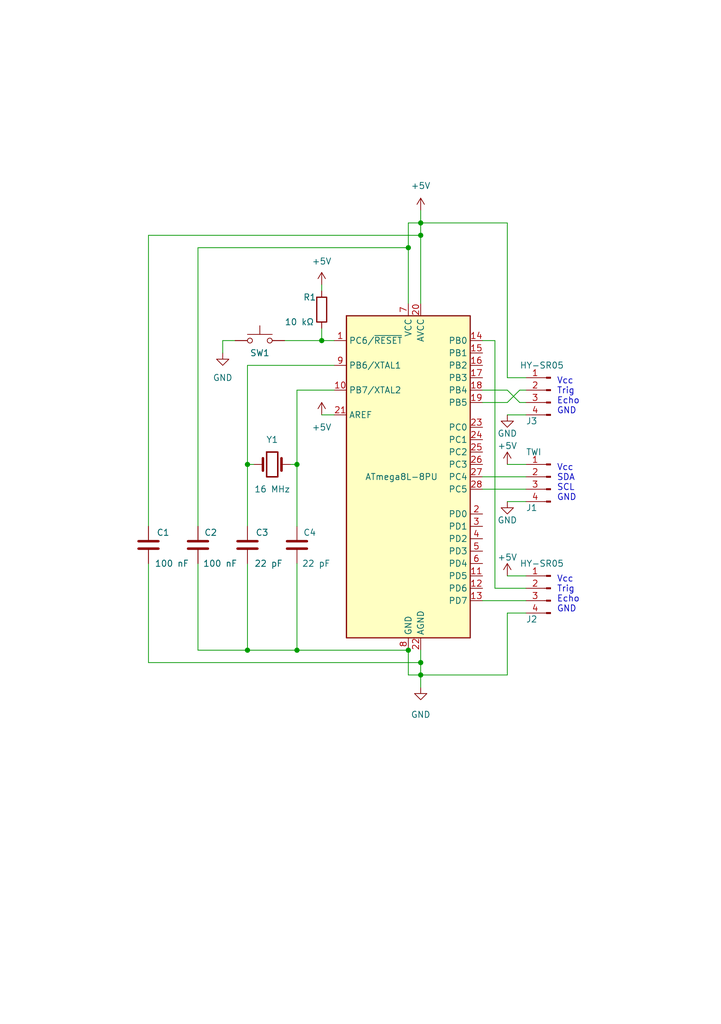
<source format=kicad_sch>
(kicad_sch (version 20211123) (generator eeschema)
  (paper "A5" portrait)
  (title_block (title "Sonars sensor board") (date "2022-01-07") (rev "0.1.0") (comment 1 "Location: https://github.com/atlas144/mals") (comment 2 "SPDX-License-Identifier: CERN-OHL-S-2.0") (comment 3 "Author: Jakub Švarc (jakubsvarc@protonmail.com)"))
  (lib_symbols
    (symbol "Connector:Conn_01x04_Male" (pin_names (offset 1.016) hide)
      (property "Reference" "J" (at 0 5.08 0))
      (property "Value" "Conn_01x04_Male" (at 0 -7.62 0))
      (symbol "Conn_01x04_Male_1_1"
        (polyline (pts (xy 1.27 -5.08) (xy 0.8636 -5.08)) (stroke (width 0.1524)))
        (polyline (pts (xy 1.27 -2.54) (xy 0.8636 -2.54)) (stroke (width 0.1524)))
        (polyline (pts (xy 1.27 0) (xy 0.8636 0)) (stroke (width 0.1524)))
        (polyline (pts (xy 1.27 2.54) (xy 0.8636 2.54)) (stroke (width 0.1524)))
        (rectangle (start 0.8636 -4.953) (end 0 -5.207) (stroke (width 0.1524)) (fill (type outline)))
        (rectangle (start 0.8636 -2.413) (end 0 -2.667) (stroke (width 0.1524)) (fill (type outline)))
        (rectangle (start 0.8636 0.127) (end 0 -0.127) (stroke (width 0.1524)) (fill (type outline)))
        (rectangle (start 0.8636 2.667) (end 0 2.413) (stroke (width 0.1524)) (fill (type outline)))
        (pin passive line (at 5.08 2.54 180) (length 3.81) (name "Pin_1") (number "1"))
        (pin passive line (at 5.08 0 180) (length 3.81) (name "Pin_2") (number "2"))
        (pin passive line (at 5.08 -2.54 180) (length 3.81) (name "Pin_3") (number "3"))
        (pin passive line (at 5.08 -5.08 180) (length 3.81) (name "Pin_4") (number "4"))
      )
    )
    (symbol "Device:C" (pin_numbers hide) (pin_names (offset 0.254))
      (property "Reference" "C" (at 0.635 2.54 0))
      (property "Value" "C" (at 0.635 -2.54 0))
      (symbol "C_0_1"
        (polyline (pts (xy -2.032 -0.762) (xy 2.032 -0.762)) (stroke (width 0.508)))
        (polyline (pts (xy -2.032 0.762) (xy 2.032 0.762)) (stroke (width 0.508)))
      )
      (symbol "C_1_1"
        (pin passive line (at 0 3.81 270) (length 2.794) (name "~") (number "1"))
        (pin passive line (at 0 -3.81 90) (length 2.794) (name "~") (number "2"))
      )
    )
    (symbol "Device:Crystal" (pin_numbers hide) (pin_names (offset 1.016) hide)
      (property "Reference" "Y" (at 0 3.81 0))
      (property "Value" "Crystal" (at 0 -3.81 0))
      (symbol "Crystal_0_1"
        (rectangle (start -1.143 2.54) (end 1.143 -2.54) (stroke (width 0.3048)))
        (polyline (pts (xy -2.54 0) (xy -1.905 0)))
        (polyline (pts (xy -1.905 -1.27) (xy -1.905 1.27)) (stroke (width 0.508)))
        (polyline (pts (xy 1.905 -1.27) (xy 1.905 1.27)) (stroke (width 0.508)))
        (polyline (pts (xy 2.54 0) (xy 1.905 0)))
      )
      (symbol "Crystal_1_1"
        (pin passive line (at -3.81 0 0) (length 1.27) (name "1") (number "1"))
        (pin passive line (at 3.81 0 180) (length 1.27) (name "2") (number "2"))
      )
    )
    (symbol "Device:R" (pin_numbers hide) (pin_names (offset 0))
      (property "Reference" "R" (at 2.032 0 90))
      (property "Value" "R" (at 0 0 90))
      (symbol "R_0_1"
        (rectangle (start -1.016 -2.54) (end 1.016 2.54) (stroke (width 0.254)))
      )
      (symbol "R_1_1"
        (pin passive line (at 0 3.81 270) (length 1.27) (name "~") (number "1"))
        (pin passive line (at 0 -3.81 90) (length 1.27) (name "~") (number "2"))
      )
    )
    (symbol "MCU_Microchip_ATmega:ATmega8L-8P"
      (property "Reference" "U" (at -12.7 34.29 0))
      (property "Value" "ATmega8L-8P" (at 5.08 -34.29 0))
      (symbol "ATmega8L-8P_0_1"
        (rectangle (start -12.7 -33.02) (end 12.7 33.02) (stroke (width 0.254)) (fill (type background)))
      )
      (symbol "ATmega8L-8P_1_1"
        (pin bidirectional line (at -15.24 27.94 0) (length 2.54) (name "PC6/~{RESET}") (number "1"))
        (pin bidirectional line (at -15.24 17.78 0) (length 2.54) (name "PB7/XTAL2") (number "10"))
        (pin bidirectional line (at 15.24 -20.32 180) (length 2.54) (name "PD5") (number "11"))
        (pin bidirectional line (at 15.24 -22.86 180) (length 2.54) (name "PD6") (number "12"))
        (pin bidirectional line (at 15.24 -25.4 180) (length 2.54) (name "PD7") (number "13"))
        (pin bidirectional line (at 15.24 27.94 180) (length 2.54) (name "PB0") (number "14"))
        (pin bidirectional line (at 15.24 25.4 180) (length 2.54) (name "PB1") (number "15"))
        (pin bidirectional line (at 15.24 22.86 180) (length 2.54) (name "PB2") (number "16"))
        (pin bidirectional line (at 15.24 20.32 180) (length 2.54) (name "PB3") (number "17"))
        (pin bidirectional line (at 15.24 17.78 180) (length 2.54) (name "PB4") (number "18"))
        (pin bidirectional line (at 15.24 15.24 180) (length 2.54) (name "PB5") (number "19"))
        (pin bidirectional line (at 15.24 -7.62 180) (length 2.54) (name "PD0") (number "2"))
        (pin power_in line (at 2.54 35.56 270) (length 2.54) (name "AVCC") (number "20"))
        (pin passive line (at -15.24 12.7 0) (length 2.54) (name "AREF") (number "21"))
        (pin power_in line (at 2.54 -35.56 90) (length 2.54) (name "AGND") (number "22"))
        (pin bidirectional line (at 15.24 10.16 180) (length 2.54) (name "PC0") (number "23"))
        (pin bidirectional line (at 15.24 7.62 180) (length 2.54) (name "PC1") (number "24"))
        (pin bidirectional line (at 15.24 5.08 180) (length 2.54) (name "PC2") (number "25"))
        (pin bidirectional line (at 15.24 2.54 180) (length 2.54) (name "PC3") (number "26"))
        (pin bidirectional line (at 15.24 0 180) (length 2.54) (name "PC4") (number "27"))
        (pin bidirectional line (at 15.24 -2.54 180) (length 2.54) (name "PC5") (number "28"))
        (pin bidirectional line (at 15.24 -10.16 180) (length 2.54) (name "PD1") (number "3"))
        (pin bidirectional line (at 15.24 -12.7 180) (length 2.54) (name "PD2") (number "4"))
        (pin bidirectional line (at 15.24 -15.24 180) (length 2.54) (name "PD3") (number "5"))
        (pin bidirectional line (at 15.24 -17.78 180) (length 2.54) (name "PD4") (number "6"))
        (pin power_in line (at 0 35.56 270) (length 2.54) (name "VCC") (number "7"))
        (pin power_in line (at 0 -35.56 90) (length 2.54) (name "GND") (number "8"))
        (pin bidirectional line (at -15.24 22.86 0) (length 2.54) (name "PB6/XTAL1") (number "9"))
      )
    )
    (symbol "Switch:SW_Push" (pin_numbers hide) (pin_names (offset 1.016) hide)
      (property "Reference" "SW" (at 1.27 2.54 0))
      (property "Value" "SW_Push" (at 0 -1.524 0))
      (symbol "SW_Push_0_1"
        (circle (center -2.032 0) (radius 0.508))
        (polyline (pts (xy 0 1.27) (xy 0 3.048)))
        (polyline (pts (xy 2.54 1.27) (xy -2.54 1.27)))
        (circle (center 2.032 0) (radius 0.508))
        (pin passive line (at -5.08 0 0) (length 2.54) (name "1") (number "1"))
        (pin passive line (at 5.08 0 180) (length 2.54) (name "2") (number "2"))
      )
    )
    (symbol "power:+5V" (power) (pin_names (offset 0))
      (property "Value" "+5V" (at 0 3.556 0))
      (symbol "+5V_0_1"
        (polyline (pts (xy -0.762 1.27) (xy 0 2.54)))
        (polyline (pts (xy 0 0) (xy 0 2.54)))
        (polyline (pts (xy 0 2.54) (xy 0.762 1.27)))
      )
      (symbol "+5V_1_1"
        (pin power_in line (at 0 0 90) (length 0) hide (name "+5V") (number "1"))
      )
    )
    (symbol "power:GND" (power) (pin_names (offset 0))
      (property "Value" "GND" (at 0 -3.81 0))
      (symbol "GND_0_1"
        (polyline (pts (xy 0 0) (xy 0 -1.27) (xy 1.27 -1.27) (xy 0 -2.54) (xy -1.27 -1.27) (xy 0 -1.27)))
      )
      (symbol "GND_1_1"
        (pin power_in line (at 0 0 270) (length 0) hide (name "GND") (number "1"))
      )
    )
  )
  (junction (at 83.82 50.8))
  (junction (at 86.36 138.43))
  (junction (at 83.82 133.35))
  (junction (at 86.36 48.26))
  (junction (at 66.04 69.85))
  (junction (at 60.96 95.25))
  (junction (at 50.8 95.25))
  (junction (at 50.8 133.35))
  (junction (at 86.36 135.89))
  (junction (at 60.96 133.35))
  (junction (at 86.36 45.72))
  (wire (pts (xy 50.8 74.93) (xy 50.8 95.25)))
  (wire (pts (xy 83.82 133.35) (xy 60.96 133.35)))
  (wire (pts (xy 66.04 59.69) (xy 66.04 58.42)))
  (wire (pts (xy 86.36 45.72) (xy 104.14 45.72)))
  (wire (pts (xy 104.14 125.73) (xy 104.14 138.43)))
  (wire (pts (xy 83.82 138.43) (xy 83.82 133.35)))
  (wire (pts (xy 99.06 123.19) (xy 107.95 123.19)))
  (wire (pts (xy 45.72 69.85) (xy 48.26 69.85)))
  (wire (pts (xy 50.8 133.35) (xy 40.64 133.35)))
  (wire (pts (xy 86.36 43.18) (xy 86.36 45.72)))
  (wire (pts (xy 40.64 107.95) (xy 40.64 50.8)))
  (wire (pts (xy 86.36 135.89) (xy 30.48 135.89)))
  (wire (pts (xy 45.72 69.85) (xy 45.72 72.39)))
  (wire (pts (xy 66.04 85.09) (xy 68.58 85.09)))
  (wire (pts (xy 101.6 69.85) (xy 101.6 120.65)))
  (wire (pts (xy 86.36 45.72) (xy 83.82 45.72)))
  (wire (pts (xy 86.36 48.26) (xy 86.36 62.23)))
  (wire (pts (xy 66.04 69.85) (xy 68.58 69.85)))
  (wire (pts (xy 104.14 95.25) (xy 107.95 95.25)))
  (wire (pts (xy 104.14 102.87) (xy 107.95 102.87)))
  (wire (pts (xy 60.96 80.01) (xy 60.96 95.25)))
  (wire (pts (xy 68.58 74.93) (xy 50.8 74.93)))
  (wire (pts (xy 59.69 95.25) (xy 60.96 95.25)))
  (wire (pts (xy 50.8 95.25) (xy 50.8 107.95)))
  (wire (pts (xy 50.8 95.25) (xy 52.07 95.25)))
  (wire (pts (xy 50.8 115.57) (xy 50.8 133.35)))
  (wire (pts (xy 40.64 50.8) (xy 83.82 50.8)))
  (wire (pts (xy 99.06 100.33) (xy 107.95 100.33)))
  (wire (pts (xy 86.36 138.43) (xy 86.36 140.97)))
  (wire (pts (xy 58.42 69.85) (xy 66.04 69.85)))
  (wire (pts (xy 86.36 133.35) (xy 86.36 135.89)))
  (wire (pts (xy 86.36 138.43) (xy 104.14 138.43)))
  (wire (pts (xy 104.14 82.55) (xy 99.06 82.55)))
  (wire (pts (xy 60.96 133.35) (xy 50.8 133.35)))
  (wire (pts (xy 101.6 120.65) (xy 107.95 120.65)))
  (wire (pts (xy 104.14 118.11) (xy 107.95 118.11)))
  (wire (pts (xy 30.48 48.26) (xy 86.36 48.26)))
  (wire (pts (xy 106.68 80.01) (xy 104.14 82.55)))
  (wire (pts (xy 104.14 85.09) (xy 107.95 85.09)))
  (wire (pts (xy 107.95 80.01) (xy 106.68 80.01)))
  (wire (pts (xy 83.82 45.72) (xy 83.82 50.8)))
  (wire (pts (xy 104.14 77.47) (xy 107.95 77.47)))
  (wire (pts (xy 68.58 80.01) (xy 60.96 80.01)))
  (wire (pts (xy 104.14 77.47) (xy 104.14 45.72)))
  (wire (pts (xy 86.36 45.72) (xy 86.36 48.26)))
  (wire (pts (xy 40.64 133.35) (xy 40.64 115.57)))
  (wire (pts (xy 86.36 138.43) (xy 83.82 138.43)))
  (wire (pts (xy 83.82 50.8) (xy 83.82 62.23)))
  (wire (pts (xy 60.96 115.57) (xy 60.96 133.35)))
  (wire (pts (xy 104.14 125.73) (xy 107.95 125.73)))
  (wire (pts (xy 66.04 67.31) (xy 66.04 69.85)))
  (wire (pts (xy 86.36 135.89) (xy 86.36 138.43)))
  (wire (pts (xy 99.06 69.85) (xy 101.6 69.85)))
  (wire (pts (xy 106.68 82.55) (xy 107.95 82.55)))
  (wire (pts (xy 104.14 80.01) (xy 106.68 82.55)))
  (wire (pts (xy 30.48 107.95) (xy 30.48 48.26)))
  (wire (pts (xy 99.06 97.79) (xy 107.95 97.79)))
  (wire (pts (xy 99.06 80.01) (xy 104.14 80.01)))
  (wire (pts (xy 30.48 135.89) (xy 30.48 115.57)))
  (wire (pts (xy 60.96 95.25) (xy 60.96 107.95)))
  (text "Vcc\nTrig\nEcho\nGND" (at 114.3 125.73 0) (effects (font (size 1.27 1.27)) (justify left bottom)))
  (text "Vcc\nSDA\nSCL\nGND" (at 114.3 102.87 0) (effects (font (size 1.27 1.27)) (justify left bottom)))
  (text "Vcc\nTrig\nEcho\nGND" (at 114.3 85.09 0) (effects (font (size 1.27 1.27)) (justify left bottom)))
  (symbol (lib_id "MCU_Microchip_ATmega:ATmega8L-8P") (at 83.82 97.79 0) (unit 1)
    (property "Reference" "U1" (effects hide))
    (property "Value" "ATmega8L-8PU" (at 74.93 97.79 0) (effects (justify left)))
    (property "Footprint" "Package_DIP:DIP-28_W7.62mm_Socket" (effects hide))
    (property "Datasheet" "http://ww1.microchip.com/downloads/en/DeviceDoc/atmel-2486-8-bit-avr-microcontroller-atmega8_l_datasheet.pdf" (effects hide))
  )
  (symbol (lib_id "power:+5V") (at 104.14 95.25 0) (unit 1)
    (property "Reference" "#PWR0109" (effects hide))
    (property "Value" "+5V" (at 104.14 91.44 0))
  )
  (symbol (lib_id "Device:C") (at 40.64 111.76 0) (unit 1)
    (property "Reference" "C2" (at 41.91 109.22 0) (effects (justify left)))
    (property "Value" "100 nF" (at 41.656 115.5699 0) (effects (justify left)))
    (property "Footprint" "Capacitor_THT:C_Disc_D4.3mm_W1.9mm_P5.00mm" (effects hide))
  )
  (symbol (lib_id "Switch:SW_Push") (at 53.34 69.85 0) (unit 1)
    (property "Reference" "SW1" (at 53.34 72.39 0))
    (property "Value" "SW_Push" (effects hide))
    (property "Footprint" "Button_Switch_THT:SW_PUSH_6mm" (effects hide))
  )
  (symbol (lib_id "power:+5V") (at 66.04 58.42 0) (unit 1)
    (property "Reference" "#PWR0106" (effects hide))
    (property "Value" "+5V" (at 66.04 53.594 0))
  )
  (symbol (lib_id "power:GND") (at 86.36 140.97 0) (unit 1)
    (property "Reference" "#PWR0101" (effects hide))
    (property "Value" "GND" (at 86.36 146.558 0))
  )
  (symbol (lib_id "power:GND") (at 45.72 72.39 0) (unit 1)
    (property "Reference" "#PWR0104" (effects hide))
    (property "Value" "GND" (at 45.72 77.47 0))
  )
  (symbol (lib_id "Device:Crystal") (at 55.88 95.25 180) (unit 1)
    (property "Reference" "Y1" (at 55.88 90.17 0))
    (property "Value" "16 MHz" (at 55.88 100.33 0))
    (property "Footprint" "Crystal:Crystal_HC49-4H_Vertical" (effects hide))
  )
  (symbol (lib_id "power:+5V") (at 104.14 118.11 0) (unit 1)
    (property "Reference" "#PWR0102" (effects hide))
    (property "Value" "+5V" (at 104.14 114.3 0))
  )
  (symbol (lib_id "Device:C") (at 50.8 111.76 0) (unit 1)
    (property "Reference" "C3" (at 52.451 109.22 0) (effects (justify left)))
    (property "Value" "22 pF" (at 52.197 115.5699 0) (effects (justify left)))
    (property "Footprint" "Capacitor_THT:C_Disc_D4.3mm_W1.9mm_P5.00mm" (effects hide))
  )
  (symbol (lib_id "Connector:Conn_01x04_Male") (at 113.03 97.79 0) (mirror y) (unit 1)
    (property "Reference" "J1" (at 107.95 104.14 0) (effects (justify right)))
    (property "Value" "TWI" (at 107.95 92.71 0) (effects (justify right)))
    (property "Footprint" "Connector_Molex:Molex_KK-254_AE-6410-04A_1x04_P2.54mm_Vertical" (effects hide))
  )
  (symbol (lib_id "Device:R") (at 66.04 63.5 0) (unit 1)
    (property "Reference" "R1" (at 62.23 60.96 0) (effects (justify left)))
    (property "Value" "10 kΩ" (at 58.42 66.04 0) (effects (justify left)))
    (property "Footprint" "Resistor_THT:R_Axial_DIN0207_L6.3mm_D2.5mm_P10.16mm_Horizontal" (effects hide))
  )
  (symbol (lib_id "power:GND") (at 104.14 85.09 0) (unit 1)
    (property "Reference" "#PWR0103" (effects hide))
    (property "Value" "GND" (at 104.14 88.9 0))
  )
  (symbol (lib_id "Device:C") (at 30.48 111.76 0) (unit 1)
    (property "Reference" "C1" (at 32.131 109.22 0) (effects (justify left)))
    (property "Value" "100 nF" (at 31.75 115.57 0) (effects (justify left)))
    (property "Footprint" "Capacitor_THT:C_Disc_D4.3mm_W1.9mm_P5.00mm" (effects hide))
  )
  (symbol (lib_id "Connector:Conn_01x04_Male") (at 113.03 80.01 0) (mirror y) (unit 1)
    (property "Reference" "J3" (at 107.95 86.36 0) (effects (justify right)))
    (property "Value" "HY-SR05" (at 106.68 74.93 0) (effects (justify right)))
    (property "Footprint" "Connector_PinHeader_2.54mm:PinHeader_1x04_P2.54mm_Vertical" (effects hide))
  )
  (symbol (lib_id "Device:C") (at 60.96 111.76 0) (unit 1)
    (property "Reference" "C4" (at 62.23 109.22 0) (effects (justify left)))
    (property "Value" "22 pF" (at 61.976 115.5699 0) (effects (justify left)))
    (property "Footprint" "Capacitor_THT:C_Disc_D4.3mm_W1.9mm_P5.00mm" (effects hide))
  )
  (symbol (lib_id "power:+5V") (at 86.36 43.18 0) (unit 1)
    (property "Reference" "#PWR0107" (effects hide))
    (property "Value" "+5V" (at 86.36 38.1 0))
  )
  (symbol (lib_id "power:GND") (at 104.14 102.87 0) (unit 1)
    (property "Reference" "#PWR0108" (effects hide))
    (property "Value" "GND" (at 104.14 106.68 0))
  )
  (symbol (lib_id "power:+5V") (at 66.04 85.09 0) (unit 1)
    (property "Reference" "#PWR0105" (effects hide))
    (property "Value" "+5V" (at 66.04 87.63 0))
  )
  (symbol (lib_id "Connector:Conn_01x04_Male") (at 113.03 120.65 0) (mirror y) (unit 1)
    (property "Reference" "J2" (at 107.95 127 0) (effects (justify right)))
    (property "Value" "HY-SR05" (at 106.68 115.57 0) (effects (justify right)))
    (property "Footprint" "Connector_PinHeader_2.54mm:PinHeader_1x04_P2.54mm_Vertical" (effects hide))
  )
)
</source>
